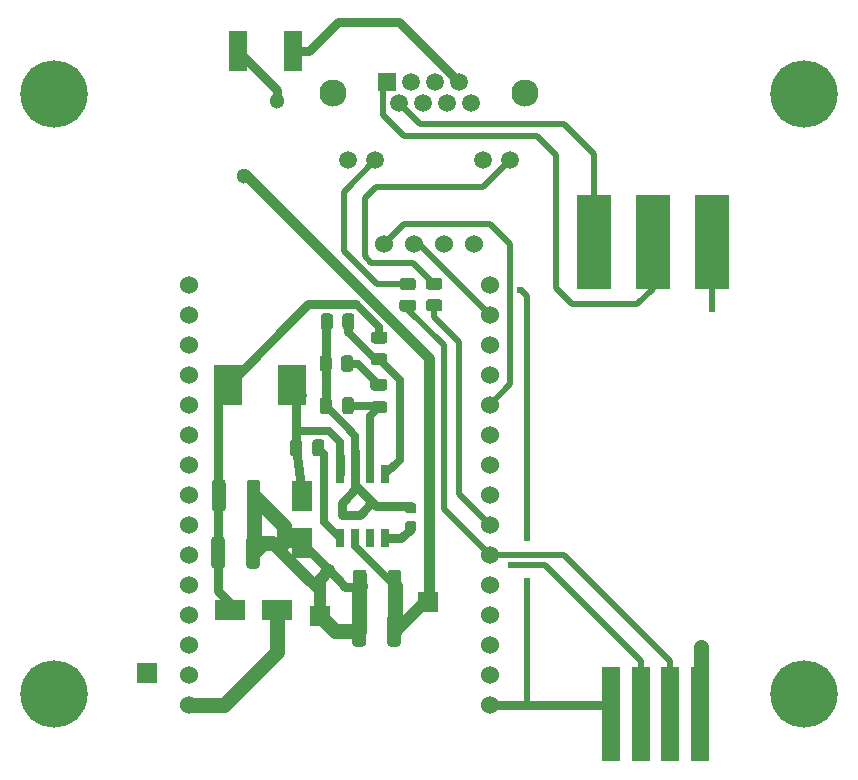
<source format=gbr>
G04 #@! TF.GenerationSoftware,KiCad,Pcbnew,(5.1.10)-1*
G04 #@! TF.CreationDate,2022-05-03T09:39:20-07:00*
G04 #@! TF.ProjectId,CI_ComPCB,43495f43-6f6d-4504-9342-2e6b69636164,rev?*
G04 #@! TF.SameCoordinates,Original*
G04 #@! TF.FileFunction,Copper,L1,Top*
G04 #@! TF.FilePolarity,Positive*
%FSLAX46Y46*%
G04 Gerber Fmt 4.6, Leading zero omitted, Abs format (unit mm)*
G04 Created by KiCad (PCBNEW (5.1.10)-1) date 2022-05-03 09:39:20*
%MOMM*%
%LPD*%
G01*
G04 APERTURE LIST*
G04 #@! TA.AperFunction,ComponentPad*
%ADD10C,1.300000*%
G04 #@! TD*
G04 #@! TA.AperFunction,SMDPad,CuDef*
%ADD11R,1.500000X3.430000*%
G04 #@! TD*
G04 #@! TA.AperFunction,ComponentPad*
%ADD12C,1.524000*%
G04 #@! TD*
G04 #@! TA.AperFunction,SMDPad,CuDef*
%ADD13R,1.524000X8.000000*%
G04 #@! TD*
G04 #@! TA.AperFunction,SMDPad,CuDef*
%ADD14R,3.000000X8.000000*%
G04 #@! TD*
G04 #@! TA.AperFunction,SMDPad,CuDef*
%ADD15R,2.489200X3.429000*%
G04 #@! TD*
G04 #@! TA.AperFunction,ComponentPad*
%ADD16C,1.500000*%
G04 #@! TD*
G04 #@! TA.AperFunction,ComponentPad*
%ADD17C,2.300000*%
G04 #@! TD*
G04 #@! TA.AperFunction,ComponentPad*
%ADD18R,1.500000X1.500000*%
G04 #@! TD*
G04 #@! TA.AperFunction,ConnectorPad*
%ADD19C,5.700000*%
G04 #@! TD*
G04 #@! TA.AperFunction,ComponentPad*
%ADD20C,3.600000*%
G04 #@! TD*
G04 #@! TA.AperFunction,ComponentPad*
%ADD21R,1.700000X1.700000*%
G04 #@! TD*
G04 #@! TA.AperFunction,SMDPad,CuDef*
%ADD22R,0.650000X1.500000*%
G04 #@! TD*
G04 #@! TA.AperFunction,SMDPad,CuDef*
%ADD23R,2.500000X1.700000*%
G04 #@! TD*
G04 #@! TA.AperFunction,SMDPad,CuDef*
%ADD24R,1.700000X2.500000*%
G04 #@! TD*
G04 #@! TA.AperFunction,ViaPad*
%ADD25C,0.609600*%
G04 #@! TD*
G04 #@! TA.AperFunction,Conductor*
%ADD26C,0.750000*%
G04 #@! TD*
G04 #@! TA.AperFunction,Conductor*
%ADD27C,0.203200*%
G04 #@! TD*
G04 #@! TA.AperFunction,Conductor*
%ADD28C,1.000000*%
G04 #@! TD*
G04 #@! TA.AperFunction,Conductor*
%ADD29C,1.270000*%
G04 #@! TD*
G04 #@! TA.AperFunction,Conductor*
%ADD30C,0.508000*%
G04 #@! TD*
G04 #@! TA.AperFunction,Conductor*
%ADD31C,0.700000*%
G04 #@! TD*
G04 #@! TA.AperFunction,Conductor*
%ADD32C,0.762000*%
G04 #@! TD*
G04 #@! TA.AperFunction,Conductor*
%ADD33C,0.500000*%
G04 #@! TD*
G04 #@! TA.AperFunction,Conductor*
%ADD34C,0.889000*%
G04 #@! TD*
G04 #@! TA.AperFunction,Conductor*
%ADD35C,0.800000*%
G04 #@! TD*
G04 APERTURE END LIST*
D10*
X121720000Y-81000000D03*
X124540000Y-74650000D03*
D11*
X121250000Y-70450000D03*
X125850000Y-70450000D03*
D12*
X133613500Y-86760000D03*
X136153500Y-86760000D03*
X138693500Y-86760000D03*
X141233500Y-86760000D03*
G04 #@! TA.AperFunction,SMDPad,CuDef*
G36*
G01*
X138260001Y-90657500D02*
X137359999Y-90657500D01*
G75*
G02*
X137110000Y-90407501I0J249999D01*
G01*
X137110000Y-89882499D01*
G75*
G02*
X137359999Y-89632500I249999J0D01*
G01*
X138260001Y-89632500D01*
G75*
G02*
X138510000Y-89882499I0J-249999D01*
G01*
X138510000Y-90407501D01*
G75*
G02*
X138260001Y-90657500I-249999J0D01*
G01*
G37*
G04 #@! TD.AperFunction*
G04 #@! TA.AperFunction,SMDPad,CuDef*
G36*
G01*
X138260001Y-92482500D02*
X137359999Y-92482500D01*
G75*
G02*
X137110000Y-92232501I0J249999D01*
G01*
X137110000Y-91707499D01*
G75*
G02*
X137359999Y-91457500I249999J0D01*
G01*
X138260001Y-91457500D01*
G75*
G02*
X138510000Y-91707499I0J-249999D01*
G01*
X138510000Y-92232501D01*
G75*
G02*
X138260001Y-92482500I-249999J0D01*
G01*
G37*
G04 #@! TD.AperFunction*
D13*
X152820000Y-126575000D03*
X155320000Y-126575000D03*
X157820000Y-126575000D03*
X160320000Y-126575000D03*
D14*
X151320000Y-86575000D03*
X156320000Y-86575000D03*
X161320000Y-86575000D03*
G04 #@! TA.AperFunction,SMDPad,CuDef*
G36*
G01*
X132094000Y-114592499D02*
X132094000Y-116792501D01*
G75*
G02*
X131844001Y-117042500I-249999J0D01*
G01*
X131193999Y-117042500D01*
G75*
G02*
X130944000Y-116792501I0J249999D01*
G01*
X130944000Y-114592499D01*
G75*
G02*
X131193999Y-114342500I249999J0D01*
G01*
X131844001Y-114342500D01*
G75*
G02*
X132094000Y-114592499I0J-249999D01*
G01*
G37*
G04 #@! TD.AperFunction*
G04 #@! TA.AperFunction,SMDPad,CuDef*
G36*
G01*
X135044000Y-114592499D02*
X135044000Y-116792501D01*
G75*
G02*
X134794001Y-117042500I-249999J0D01*
G01*
X134143999Y-117042500D01*
G75*
G02*
X133894000Y-116792501I0J249999D01*
G01*
X133894000Y-114592499D01*
G75*
G02*
X134143999Y-114342500I249999J0D01*
G01*
X134794001Y-114342500D01*
G75*
G02*
X135044000Y-114592499I0J-249999D01*
G01*
G37*
G04 #@! TD.AperFunction*
G04 #@! TA.AperFunction,SMDPad,CuDef*
G36*
G01*
X132045000Y-118402499D02*
X132045000Y-120602501D01*
G75*
G02*
X131795001Y-120852500I-249999J0D01*
G01*
X131144999Y-120852500D01*
G75*
G02*
X130895000Y-120602501I0J249999D01*
G01*
X130895000Y-118402499D01*
G75*
G02*
X131144999Y-118152500I249999J0D01*
G01*
X131795001Y-118152500D01*
G75*
G02*
X132045000Y-118402499I0J-249999D01*
G01*
G37*
G04 #@! TD.AperFunction*
G04 #@! TA.AperFunction,SMDPad,CuDef*
G36*
G01*
X134995000Y-118402499D02*
X134995000Y-120602501D01*
G75*
G02*
X134745001Y-120852500I-249999J0D01*
G01*
X134094999Y-120852500D01*
G75*
G02*
X133845000Y-120602501I0J249999D01*
G01*
X133845000Y-118402499D01*
G75*
G02*
X134094999Y-118152500I249999J0D01*
G01*
X134745001Y-118152500D01*
G75*
G02*
X134995000Y-118402499I0J-249999D01*
G01*
G37*
G04 #@! TD.AperFunction*
G04 #@! TA.AperFunction,SMDPad,CuDef*
G36*
G01*
X121907000Y-113998501D02*
X121907000Y-111798499D01*
G75*
G02*
X122156999Y-111548500I249999J0D01*
G01*
X122807001Y-111548500D01*
G75*
G02*
X123057000Y-111798499I0J-249999D01*
G01*
X123057000Y-113998501D01*
G75*
G02*
X122807001Y-114248500I-249999J0D01*
G01*
X122156999Y-114248500D01*
G75*
G02*
X121907000Y-113998501I0J249999D01*
G01*
G37*
G04 #@! TD.AperFunction*
G04 #@! TA.AperFunction,SMDPad,CuDef*
G36*
G01*
X118957000Y-113998501D02*
X118957000Y-111798499D01*
G75*
G02*
X119206999Y-111548500I249999J0D01*
G01*
X119857001Y-111548500D01*
G75*
G02*
X120107000Y-111798499I0J-249999D01*
G01*
X120107000Y-113998501D01*
G75*
G02*
X119857001Y-114248500I-249999J0D01*
G01*
X119206999Y-114248500D01*
G75*
G02*
X118957000Y-113998501I0J249999D01*
G01*
G37*
G04 #@! TD.AperFunction*
G04 #@! TA.AperFunction,SMDPad,CuDef*
G36*
G01*
X121956000Y-109172501D02*
X121956000Y-106972499D01*
G75*
G02*
X122205999Y-106722500I249999J0D01*
G01*
X122856001Y-106722500D01*
G75*
G02*
X123106000Y-106972499I0J-249999D01*
G01*
X123106000Y-109172501D01*
G75*
G02*
X122856001Y-109422500I-249999J0D01*
G01*
X122205999Y-109422500D01*
G75*
G02*
X121956000Y-109172501I0J249999D01*
G01*
G37*
G04 #@! TD.AperFunction*
G04 #@! TA.AperFunction,SMDPad,CuDef*
G36*
G01*
X119006000Y-109172501D02*
X119006000Y-106972499D01*
G75*
G02*
X119255999Y-106722500I249999J0D01*
G01*
X119906001Y-106722500D01*
G75*
G02*
X120156000Y-106972499I0J-249999D01*
G01*
X120156000Y-109172501D01*
G75*
G02*
X119906001Y-109422500I-249999J0D01*
G01*
X119255999Y-109422500D01*
G75*
G02*
X119006000Y-109172501I0J249999D01*
G01*
G37*
G04 #@! TD.AperFunction*
D15*
X125756800Y-98674500D03*
X120321200Y-98674500D03*
D16*
X144254000Y-79682000D03*
X141964000Y-79682000D03*
X132824000Y-79682000D03*
X130534000Y-79682000D03*
D17*
X129264000Y-73972000D03*
X145524000Y-73972000D03*
D16*
X140946000Y-74862000D03*
X138914000Y-74862000D03*
X136882000Y-74862000D03*
X134850000Y-74862000D03*
X139930000Y-73082000D03*
X137898000Y-73082000D03*
X135866000Y-73082000D03*
D18*
X133834000Y-73082000D03*
D19*
X105640000Y-124900000D03*
D20*
X105640000Y-124900000D03*
D19*
X105640000Y-74100000D03*
D20*
X105640000Y-74100000D03*
D19*
X169140000Y-124900000D03*
D20*
X169140000Y-124900000D03*
D19*
X169140000Y-74100000D03*
D20*
X169140000Y-74100000D03*
D12*
X117050000Y-90226000D03*
X117050000Y-92766000D03*
X117050000Y-95306000D03*
X117050000Y-97846000D03*
X117050000Y-100386000D03*
X117050000Y-102926000D03*
X117050000Y-105466000D03*
X117050000Y-108006000D03*
X117050000Y-110546000D03*
X117050000Y-113086000D03*
X117050000Y-115626000D03*
X117050000Y-118166000D03*
X117050000Y-120706000D03*
X117050000Y-123246000D03*
X117050000Y-125786000D03*
X142550000Y-90226000D03*
X142550000Y-92766000D03*
X142550000Y-95306000D03*
X142550000Y-97846000D03*
X142550000Y-100386000D03*
X142550000Y-102926000D03*
X142550000Y-105466000D03*
X142550000Y-108006000D03*
X142550000Y-110546000D03*
X142550000Y-113086000D03*
X142550000Y-115626000D03*
X142550000Y-118166000D03*
X142550000Y-120706000D03*
X142550000Y-123246000D03*
X142550000Y-125786000D03*
G04 #@! TA.AperFunction,SMDPad,CuDef*
G36*
G01*
X136030002Y-90677500D02*
X135129998Y-90677500D01*
G75*
G02*
X134880000Y-90427502I0J249998D01*
G01*
X134880000Y-89902498D01*
G75*
G02*
X135129998Y-89652500I249998J0D01*
G01*
X136030002Y-89652500D01*
G75*
G02*
X136280000Y-89902498I0J-249998D01*
G01*
X136280000Y-90427502D01*
G75*
G02*
X136030002Y-90677500I-249998J0D01*
G01*
G37*
G04 #@! TD.AperFunction*
G04 #@! TA.AperFunction,SMDPad,CuDef*
G36*
G01*
X136030002Y-92502500D02*
X135129998Y-92502500D01*
G75*
G02*
X134880000Y-92252502I0J249998D01*
G01*
X134880000Y-91727498D01*
G75*
G02*
X135129998Y-91477500I249998J0D01*
G01*
X136030002Y-91477500D01*
G75*
G02*
X136280000Y-91727498I0J-249998D01*
G01*
X136280000Y-92252502D01*
G75*
G02*
X136030002Y-92502500I-249998J0D01*
G01*
G37*
G04 #@! TD.AperFunction*
D21*
X113514000Y-123122000D03*
G04 #@! TA.AperFunction,SMDPad,CuDef*
G36*
G01*
X136091000Y-109581500D02*
X135591000Y-109581500D01*
G75*
G02*
X135366000Y-109356500I0J225000D01*
G01*
X135366000Y-108906500D01*
G75*
G02*
X135591000Y-108681500I225000J0D01*
G01*
X136091000Y-108681500D01*
G75*
G02*
X136316000Y-108906500I0J-225000D01*
G01*
X136316000Y-109356500D01*
G75*
G02*
X136091000Y-109581500I-225000J0D01*
G01*
G37*
G04 #@! TD.AperFunction*
G04 #@! TA.AperFunction,SMDPad,CuDef*
G36*
G01*
X136091000Y-111131500D02*
X135591000Y-111131500D01*
G75*
G02*
X135366000Y-110906500I0J225000D01*
G01*
X135366000Y-110456500D01*
G75*
G02*
X135591000Y-110231500I225000J0D01*
G01*
X136091000Y-110231500D01*
G75*
G02*
X136316000Y-110456500I0J-225000D01*
G01*
X136316000Y-110906500D01*
G75*
G02*
X136091000Y-111131500I-225000J0D01*
G01*
G37*
G04 #@! TD.AperFunction*
X128119000Y-118232500D03*
G04 #@! TA.AperFunction,SMDPad,CuDef*
G36*
G01*
X129243000Y-92890498D02*
X129243000Y-93790502D01*
G75*
G02*
X128993002Y-94040500I-249998J0D01*
G01*
X128467998Y-94040500D01*
G75*
G02*
X128218000Y-93790502I0J249998D01*
G01*
X128218000Y-92890498D01*
G75*
G02*
X128467998Y-92640500I249998J0D01*
G01*
X128993002Y-92640500D01*
G75*
G02*
X129243000Y-92890498I0J-249998D01*
G01*
G37*
G04 #@! TD.AperFunction*
G04 #@! TA.AperFunction,SMDPad,CuDef*
G36*
G01*
X131068000Y-92890498D02*
X131068000Y-93790502D01*
G75*
G02*
X130818002Y-94040500I-249998J0D01*
G01*
X130292998Y-94040500D01*
G75*
G02*
X130043000Y-93790502I0J249998D01*
G01*
X130043000Y-92890498D01*
G75*
G02*
X130292998Y-92640500I249998J0D01*
G01*
X130818002Y-92640500D01*
G75*
G02*
X131068000Y-92890498I0J-249998D01*
G01*
G37*
G04 #@! TD.AperFunction*
G04 #@! TA.AperFunction,SMDPad,CuDef*
G36*
G01*
X132709998Y-96002500D02*
X133610002Y-96002500D01*
G75*
G02*
X133860000Y-96252498I0J-249998D01*
G01*
X133860000Y-96777502D01*
G75*
G02*
X133610002Y-97027500I-249998J0D01*
G01*
X132709998Y-97027500D01*
G75*
G02*
X132460000Y-96777502I0J249998D01*
G01*
X132460000Y-96252498D01*
G75*
G02*
X132709998Y-96002500I249998J0D01*
G01*
G37*
G04 #@! TD.AperFunction*
G04 #@! TA.AperFunction,SMDPad,CuDef*
G36*
G01*
X132709998Y-94177500D02*
X133610002Y-94177500D01*
G75*
G02*
X133860000Y-94427498I0J-249998D01*
G01*
X133860000Y-94952502D01*
G75*
G02*
X133610002Y-95202500I-249998J0D01*
G01*
X132709998Y-95202500D01*
G75*
G02*
X132460000Y-94952502I0J249998D01*
G01*
X132460000Y-94427498D01*
G75*
G02*
X132709998Y-94177500I249998J0D01*
G01*
G37*
G04 #@! TD.AperFunction*
G04 #@! TA.AperFunction,SMDPad,CuDef*
G36*
G01*
X129139000Y-96446498D02*
X129139000Y-97346502D01*
G75*
G02*
X128889002Y-97596500I-249998J0D01*
G01*
X128363998Y-97596500D01*
G75*
G02*
X128114000Y-97346502I0J249998D01*
G01*
X128114000Y-96446498D01*
G75*
G02*
X128363998Y-96196500I249998J0D01*
G01*
X128889002Y-96196500D01*
G75*
G02*
X129139000Y-96446498I0J-249998D01*
G01*
G37*
G04 #@! TD.AperFunction*
G04 #@! TA.AperFunction,SMDPad,CuDef*
G36*
G01*
X130964000Y-96446498D02*
X130964000Y-97346502D01*
G75*
G02*
X130714002Y-97596500I-249998J0D01*
G01*
X130188998Y-97596500D01*
G75*
G02*
X129939000Y-97346502I0J249998D01*
G01*
X129939000Y-96446498D01*
G75*
G02*
X130188998Y-96196500I249998J0D01*
G01*
X130714002Y-96196500D01*
G75*
G02*
X130964000Y-96446498I0J-249998D01*
G01*
G37*
G04 #@! TD.AperFunction*
X137332000Y-117079500D03*
D22*
X129872000Y-106256500D03*
X131142000Y-106256500D03*
X132412000Y-106256500D03*
X133682000Y-106256500D03*
X133682000Y-111656500D03*
X132412000Y-111656500D03*
X131142000Y-111656500D03*
X129872000Y-111656500D03*
D23*
X124499000Y-117724500D03*
X120499000Y-117724500D03*
D24*
X126595000Y-108072500D03*
X126595000Y-112072500D03*
G04 #@! TA.AperFunction,SMDPad,CuDef*
G36*
G01*
X129127000Y-99977500D02*
X129127000Y-100927500D01*
G75*
G02*
X128877000Y-101177500I-250000J0D01*
G01*
X128377000Y-101177500D01*
G75*
G02*
X128127000Y-100927500I0J250000D01*
G01*
X128127000Y-99977500D01*
G75*
G02*
X128377000Y-99727500I250000J0D01*
G01*
X128877000Y-99727500D01*
G75*
G02*
X129127000Y-99977500I0J-250000D01*
G01*
G37*
G04 #@! TD.AperFunction*
G04 #@! TA.AperFunction,SMDPad,CuDef*
G36*
G01*
X131027000Y-99977500D02*
X131027000Y-100927500D01*
G75*
G02*
X130777000Y-101177500I-250000J0D01*
G01*
X130277000Y-101177500D01*
G75*
G02*
X130027000Y-100927500I0J250000D01*
G01*
X130027000Y-99977500D01*
G75*
G02*
X130277000Y-99727500I250000J0D01*
G01*
X130777000Y-99727500D01*
G75*
G02*
X131027000Y-99977500I0J-250000D01*
G01*
G37*
G04 #@! TD.AperFunction*
G04 #@! TA.AperFunction,SMDPad,CuDef*
G36*
G01*
X133605000Y-99190000D02*
X132655000Y-99190000D01*
G75*
G02*
X132405000Y-98940000I0J250000D01*
G01*
X132405000Y-98440000D01*
G75*
G02*
X132655000Y-98190000I250000J0D01*
G01*
X133605000Y-98190000D01*
G75*
G02*
X133855000Y-98440000I0J-250000D01*
G01*
X133855000Y-98940000D01*
G75*
G02*
X133605000Y-99190000I-250000J0D01*
G01*
G37*
G04 #@! TD.AperFunction*
G04 #@! TA.AperFunction,SMDPad,CuDef*
G36*
G01*
X133605000Y-101090000D02*
X132655000Y-101090000D01*
G75*
G02*
X132405000Y-100840000I0J250000D01*
G01*
X132405000Y-100340000D01*
G75*
G02*
X132655000Y-100090000I250000J0D01*
G01*
X133605000Y-100090000D01*
G75*
G02*
X133855000Y-100340000I0J-250000D01*
G01*
X133855000Y-100840000D01*
G75*
G02*
X133605000Y-101090000I-250000J0D01*
G01*
G37*
G04 #@! TD.AperFunction*
G04 #@! TA.AperFunction,SMDPad,CuDef*
G36*
G01*
X127510000Y-104495000D02*
X127510000Y-103545000D01*
G75*
G02*
X127760000Y-103295000I250000J0D01*
G01*
X128260000Y-103295000D01*
G75*
G02*
X128510000Y-103545000I0J-250000D01*
G01*
X128510000Y-104495000D01*
G75*
G02*
X128260000Y-104745000I-250000J0D01*
G01*
X127760000Y-104745000D01*
G75*
G02*
X127510000Y-104495000I0J250000D01*
G01*
G37*
G04 #@! TD.AperFunction*
G04 #@! TA.AperFunction,SMDPad,CuDef*
G36*
G01*
X125610000Y-104495000D02*
X125610000Y-103545000D01*
G75*
G02*
X125860000Y-103295000I250000J0D01*
G01*
X126360000Y-103295000D01*
G75*
G02*
X126610000Y-103545000I0J-250000D01*
G01*
X126610000Y-104495000D01*
G75*
G02*
X126360000Y-104745000I-250000J0D01*
G01*
X125860000Y-104745000D01*
G75*
G02*
X125610000Y-104495000I0J250000D01*
G01*
G37*
G04 #@! TD.AperFunction*
D25*
X126659000Y-114612500D03*
X125389000Y-113342500D03*
X128119000Y-115692500D03*
X125007000Y-112072500D03*
X127897000Y-113374500D03*
X128913000Y-114390500D03*
X129675000Y-115152500D03*
X133809000Y-108956500D03*
X132595000Y-108646500D03*
X131325000Y-107376500D03*
X128627000Y-94864500D03*
X128627000Y-98928500D03*
X129999000Y-109718500D03*
X123928000Y-109469500D03*
X124690000Y-110231500D03*
X122531000Y-110358500D03*
X160401000Y-121622000D03*
X160401000Y-120860000D03*
X161340000Y-91370000D03*
X161320000Y-92270500D03*
X130335873Y-102194127D03*
X131142000Y-103228000D03*
X131142000Y-104325500D03*
X145101750Y-90668250D03*
X145650000Y-115320000D03*
X145670000Y-111630000D03*
X144330000Y-113960000D03*
D26*
X128627000Y-94864500D02*
X128627000Y-93444000D01*
X128627000Y-93444000D02*
X128731000Y-93340500D01*
X128627000Y-96896500D02*
X128627000Y-94864500D01*
X128627000Y-98928500D02*
X128627000Y-96896500D01*
D27*
X128627000Y-96896500D02*
X128626500Y-96896500D01*
D28*
X126659000Y-114612500D02*
X128119000Y-116072500D01*
X125389000Y-113342500D02*
X126659000Y-114612500D01*
X128119000Y-116072500D02*
X128119000Y-115692500D01*
X128119000Y-118232500D02*
X128119000Y-116072500D01*
D26*
X128627000Y-100520500D02*
X128627000Y-100452500D01*
X125007000Y-112072500D02*
X124875000Y-112072500D01*
X125007000Y-112072500D02*
X124875000Y-112072500D01*
X126595000Y-112072500D02*
X125007000Y-112072500D01*
X127897000Y-113374500D02*
X126595000Y-112072500D01*
X128913000Y-114390500D02*
X127897000Y-113374500D01*
X129675000Y-115152500D02*
X128913000Y-114390500D01*
X128627000Y-100452500D02*
X128627000Y-98928500D01*
D28*
X128119000Y-115692500D02*
X128119000Y-115184500D01*
X128119000Y-115184500D02*
X128913000Y-114390500D01*
X124119000Y-112072500D02*
X125389000Y-113342500D01*
X128119000Y-116072500D02*
X128119000Y-118232500D01*
D26*
X131142000Y-106256500D02*
X131142000Y-104325500D01*
X126595000Y-112072500D02*
X125007000Y-112072500D01*
X132595000Y-108646500D02*
X131325000Y-107376500D01*
X131115000Y-115788500D02*
X130311000Y-115788500D01*
X130311000Y-115788500D02*
X129675000Y-115152500D01*
X133809000Y-108956500D02*
X132905000Y-108956500D01*
X132905000Y-108956500D02*
X132595000Y-108646500D01*
X131325000Y-107376500D02*
X131142000Y-107193500D01*
X131142000Y-107193500D02*
X131142000Y-106256500D01*
X135841000Y-108956500D02*
X133809000Y-108956500D01*
X131523000Y-109718500D02*
X132595000Y-108646500D01*
X129999000Y-109718500D02*
X131523000Y-109718500D01*
X129999000Y-108702500D02*
X131325000Y-107376500D01*
X129999000Y-109718500D02*
X129999000Y-108702500D01*
D29*
X167592000Y-126448000D02*
X169140000Y-124900000D01*
X160401000Y-123306000D02*
X160401000Y-121622000D01*
X122531000Y-112849500D02*
X122482000Y-112898500D01*
X122531000Y-108072500D02*
X122531000Y-110358500D01*
X123308000Y-112072500D02*
X122482000Y-112898500D01*
X124119000Y-112072500D02*
X123308000Y-112072500D01*
X122531000Y-108072500D02*
X123928000Y-109469500D01*
X125071000Y-112008500D02*
X125007000Y-112072500D01*
X125071000Y-110612500D02*
X125071000Y-112008500D01*
X123928000Y-109469500D02*
X124690000Y-110231500D01*
X124690000Y-110231500D02*
X125071000Y-110612500D01*
X122531000Y-110358500D02*
X122531000Y-112849500D01*
X131470000Y-115741500D02*
X131519000Y-115692500D01*
X131470000Y-119502500D02*
X131470000Y-115741500D01*
X129389000Y-119502500D02*
X128119000Y-118232500D01*
X131470000Y-119502500D02*
X129389000Y-119502500D01*
X160401000Y-121622000D02*
X160401000Y-120860000D01*
D30*
X161320000Y-90937000D02*
X161320000Y-91635500D01*
X161329500Y-90927500D02*
X161329500Y-90927500D01*
X161329500Y-90927500D02*
X161320000Y-90937000D01*
X161320000Y-91635500D02*
X161320000Y-92270500D01*
X161329500Y-86419000D02*
X161329500Y-90947000D01*
D31*
X128627000Y-100485254D02*
X128627000Y-100452500D01*
X131142000Y-103000254D02*
X130335873Y-102194127D01*
X131142000Y-104325500D02*
X131142000Y-103228000D01*
X130335873Y-102194127D02*
X128627000Y-100485254D01*
X131142000Y-103228000D02*
X131142000Y-103000254D01*
D26*
X131142000Y-104325500D02*
X131142000Y-104325500D01*
D32*
X152158000Y-125786000D02*
X152820000Y-126448000D01*
X142550000Y-125786000D02*
X152158000Y-125786000D01*
D30*
X145690000Y-125786000D02*
X142550000Y-125786000D01*
X145690000Y-115360000D02*
X145690000Y-125786000D01*
X145650000Y-115320000D02*
X145690000Y-115360000D01*
X145670000Y-93050000D02*
X145670000Y-111630000D01*
X145670000Y-91190000D02*
X145670000Y-93050000D01*
X145148250Y-90668250D02*
X145670000Y-91190000D01*
X145101750Y-90668250D02*
X145148250Y-90668250D01*
D32*
X155320000Y-126448000D02*
X155320000Y-126320000D01*
X155320000Y-126448000D02*
X155320000Y-126280998D01*
D30*
X144330000Y-113960000D02*
X147213000Y-113960000D01*
X147213000Y-113960000D02*
X155320000Y-122067000D01*
X155320000Y-122067000D02*
X155320000Y-126575000D01*
X137810000Y-92920000D02*
X137810000Y-91970000D01*
X139960000Y-95070000D02*
X137810000Y-92920000D01*
X139960000Y-107956000D02*
X139960000Y-95070000D01*
X142550000Y-110546000D02*
X139960000Y-107956000D01*
X138640000Y-109176000D02*
X142550000Y-113086000D01*
X138640000Y-95350646D02*
X138640000Y-109176000D01*
X135548500Y-92259146D02*
X138640000Y-95350646D01*
X142550000Y-113086000D02*
X148839000Y-113086000D01*
X157820000Y-122067000D02*
X157820000Y-126575000D01*
X148839000Y-113086000D02*
X157820000Y-122067000D01*
X136578000Y-76590000D02*
X134850000Y-74862000D01*
X148770000Y-76590000D02*
X136578000Y-76590000D01*
X151320000Y-79140000D02*
X148770000Y-76590000D01*
X151320000Y-86448000D02*
X151320000Y-79140000D01*
D32*
X133834000Y-73084000D02*
X133464999Y-73453001D01*
X133834000Y-73082000D02*
X133834000Y-73084000D01*
D27*
X156320000Y-86575000D02*
X156320000Y-90222000D01*
X156320000Y-90539500D02*
X156320000Y-86575000D01*
D33*
X154979500Y-91880000D02*
X156320000Y-90539500D01*
D30*
X149518500Y-91880000D02*
X154979500Y-91880000D01*
X148121500Y-90483000D02*
X149518500Y-91880000D01*
X148121500Y-79243500D02*
X148121500Y-90483000D01*
X146534000Y-77656000D02*
X148121500Y-79243500D01*
X135294500Y-77656000D02*
X146534000Y-77656000D01*
X133464999Y-75826499D02*
X135294500Y-77656000D01*
X133464999Y-73453001D02*
X133464999Y-75826499D01*
D32*
X127197000Y-70450000D02*
X125850000Y-70450000D01*
X129637000Y-68010000D02*
X127197000Y-70450000D01*
X134858000Y-68010000D02*
X129637000Y-68010000D01*
X139930000Y-73082000D02*
X134858000Y-68010000D01*
D29*
X124499000Y-117724500D02*
X124499000Y-121344500D01*
X124499000Y-121344500D02*
X120121000Y-125722500D01*
X120057500Y-125786000D02*
X117050000Y-125786000D01*
X120121000Y-125722500D02*
X120057500Y-125786000D01*
D30*
X136544000Y-86760000D02*
X142550000Y-92766000D01*
X136153500Y-86760000D02*
X136544000Y-86760000D01*
X144280000Y-98656000D02*
X142550000Y-100386000D01*
X144280000Y-86800000D02*
X144280000Y-98656000D01*
X142560000Y-85080000D02*
X144280000Y-86800000D01*
X135293500Y-85080000D02*
X142560000Y-85080000D01*
X133613500Y-86760000D02*
X135293500Y-85080000D01*
D31*
X128508829Y-110293329D02*
X129872000Y-111656500D01*
X128508829Y-104518829D02*
X128508829Y-110293329D01*
X128010000Y-104020000D02*
X128508829Y-104518829D01*
D26*
X129872000Y-106256500D02*
X129872000Y-104756500D01*
X126110000Y-104020000D02*
X126630000Y-107951000D01*
X125756800Y-98674500D02*
X126630000Y-99547700D01*
X125756800Y-98674500D02*
X126080000Y-98997700D01*
X126080000Y-102570000D02*
X126080000Y-104002300D01*
X126080000Y-98997700D02*
X126080000Y-102570000D01*
D31*
X128900000Y-102570000D02*
X126080000Y-102570000D01*
X129872000Y-103542000D02*
X128900000Y-102570000D01*
X129872000Y-104756500D02*
X129872000Y-103542000D01*
D26*
X133682000Y-111656500D02*
X135041000Y-111656500D01*
X135041000Y-111656500D02*
X135841000Y-110856500D01*
D31*
X131336500Y-96896500D02*
X133130000Y-98690000D01*
X130451500Y-96896500D02*
X131336500Y-96896500D01*
X132992500Y-100452500D02*
X133130000Y-100590000D01*
X130527000Y-100452500D02*
X132992500Y-100452500D01*
X132412000Y-101308000D02*
X132412000Y-106256500D01*
X133130000Y-100590000D02*
X132412000Y-101308000D01*
D27*
X120499000Y-117152500D02*
X120499000Y-117724500D01*
D26*
X120499000Y-117152500D02*
X119483000Y-116136500D01*
X119483000Y-116136500D02*
X119483000Y-113152500D01*
X121071000Y-117724500D02*
X120499000Y-117152500D01*
X119483000Y-108580500D02*
X119483000Y-104448500D01*
X119483000Y-113152500D02*
X119483000Y-108580500D01*
D32*
X119483000Y-104448500D02*
X119483000Y-99512700D01*
X127117210Y-91878490D02*
X131237192Y-91878490D01*
X120321200Y-98674500D02*
X127117210Y-91878490D01*
D31*
X133160000Y-93801298D02*
X133160000Y-94690000D01*
X131237192Y-91878490D02*
X133160000Y-93801298D01*
D27*
X130555000Y-93789200D02*
X130555500Y-93788700D01*
X130555500Y-93788700D02*
X130555500Y-93340500D01*
D26*
X130555000Y-93789200D02*
X130555000Y-93340500D01*
X130555000Y-94238000D02*
X130555000Y-93789200D01*
D31*
X132832000Y-96515000D02*
X133160000Y-96515000D01*
X130555000Y-94238000D02*
X132832000Y-96515000D01*
X134920000Y-105018500D02*
X133682000Y-106256500D01*
X134920000Y-98275000D02*
X134920000Y-105018500D01*
X133160000Y-96515000D02*
X134920000Y-98275000D01*
D30*
X141988010Y-81947990D02*
X144254000Y-79682000D01*
X131940000Y-82910000D02*
X132902010Y-81947990D01*
X131940000Y-87780000D02*
X131940000Y-82910000D01*
X132500000Y-88340000D02*
X131940000Y-87780000D01*
X136005000Y-88340000D02*
X132500000Y-88340000D01*
X132902010Y-81947990D02*
X141988010Y-81947990D01*
X137810000Y-90145000D02*
X136005000Y-88340000D01*
X130180000Y-82326000D02*
X132824000Y-79682000D01*
X130180000Y-87360000D02*
X130180000Y-82326000D01*
X132985000Y-90165000D02*
X130180000Y-87360000D01*
X134994000Y-90165000D02*
X132985000Y-90165000D01*
D29*
X134469000Y-119453500D02*
X134420000Y-119502500D01*
X134469000Y-115692500D02*
X134469000Y-119453500D01*
D28*
X137013000Y-117097000D02*
X134600000Y-119510000D01*
X137332000Y-117079500D02*
X137283000Y-117079500D01*
D31*
X131142000Y-112365500D02*
X134469000Y-115692500D01*
X131142000Y-111656500D02*
X131142000Y-112365500D01*
D34*
X137360000Y-96390000D02*
X121970000Y-81000000D01*
X137360000Y-116690000D02*
X137360000Y-96390000D01*
X121970000Y-81000000D02*
X121720000Y-81000000D01*
X136977500Y-117072500D02*
X137360000Y-116690000D01*
D35*
X124540000Y-73740000D02*
X121250000Y-70450000D01*
X124540000Y-74650000D02*
X124540000Y-73740000D01*
M02*

</source>
